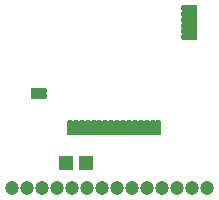
<source format=gts>
G04 DipTrace 3.3.1.1*
G04 TopMask.gts*
%MOMM*%
G04 #@! TF.FileFunction,Soldermask,Top*
G04 #@! TF.Part,Single*
%ADD26R,0.57X1.2*%
%ADD28R,1.2X0.57*%
%ADD30C,1.2*%
%ADD32C,0.57*%
%ADD34R,1.3X1.2*%
%FSLAX35Y35*%
G04*
G71*
G90*
G75*
G01*
G04 TopMask*
%LPD*%
D34*
X2508250Y3317873D3*
X2338250D3*
D32*
X2150000Y3935000D3*
Y3885000D3*
X2370250Y3663750D3*
X2420250D3*
X2470250D3*
X2520250D3*
X2570250D3*
X2620250D3*
X2670250Y3663777D3*
X2720250Y3663750D3*
X2770250D3*
X2820250D3*
X2870250D3*
X2920250Y3663777D3*
D30*
X3533760Y3108423D3*
X3406760D3*
X3279760D3*
X3152760D3*
X3025760D3*
X2898760D3*
X2771760D3*
X2644760D3*
X2517760D3*
X2390760D3*
X2263760D3*
X2136760D3*
X2009760D3*
X1882760D3*
D32*
X2970250Y3663750D3*
X3020250D3*
X3070250D3*
X3120250D3*
X3339000Y4385000D3*
Y4435000D3*
Y4485000D3*
Y4535000D3*
Y4585000D3*
Y4635000D3*
D28*
X2100000Y3935000D3*
Y3885000D3*
D26*
X2370000Y3615000D3*
X2420000D3*
X2470000D3*
X2520000D3*
X2570000D3*
X2620000D3*
X2670000D3*
X2720000D3*
X2770000D3*
X2820000D3*
X2870000D3*
X2920000D3*
X2970000D3*
X3020000D3*
X3070000D3*
X3120000D3*
D28*
X3390000Y4385000D3*
Y4435000D3*
Y4485000D3*
Y4535000D3*
Y4585000D3*
Y4635000D3*
M02*

</source>
